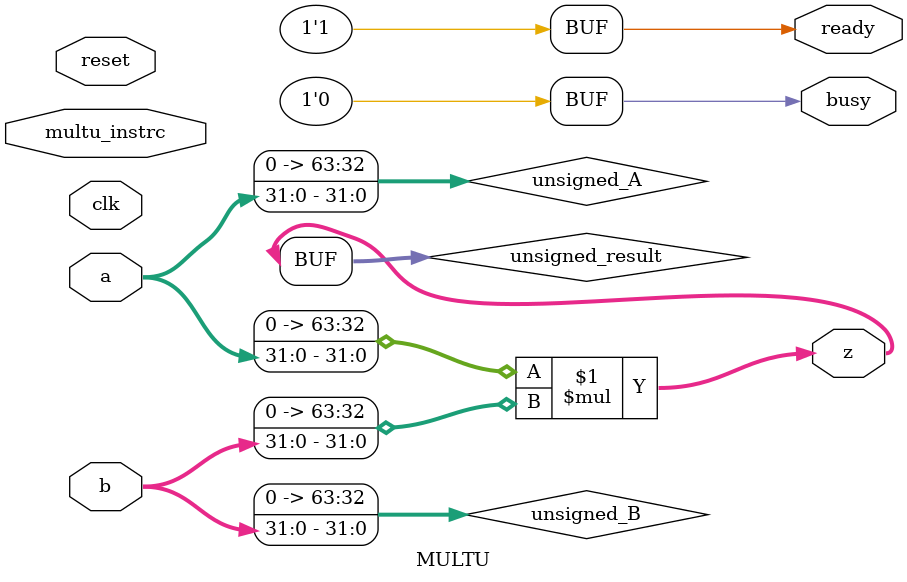
<source format=v>
module MULTU(
input clk,
input reset,
input multu_instrc,
input [31:0] a,
input [31:0] b,
output ready,
output busy,
output [63:0] z
);

/*
//¶àÖÜÆÚ°æ±¾
reg [63:0]tmp;
reg [63:0] stored0;
reg [63:0] stored1;
reg [63:0] stored2;
reg [63:0] stored3;
reg [63:0] stored4;
reg [63:0] stored5;
reg [63:0] stored6;
reg [63:0] stored7;
reg [63:0] stored8;
reg [63:0] stored9;
reg [63:0] stored10;
reg [63:0] stored11;
reg [63:0] stored12;
reg [63:0] stored13;
reg [63:0] stored14;
reg [63:0] stored15;
reg [63:0] stored16;
reg [63:0] stored17;
reg [63:0] stored18;
reg [63:0] stored19;
reg [63:0] stored20;
reg [63:0] stored21;
reg [63:0] stored22;
reg [63:0] stored23;
reg [63:0] stored24;
reg [63:0] stored25;
reg [63:0] stored26;
reg [63:0] stored27;
reg [63:0] stored28;
reg [63:0] stored29;
reg [63:0] stored30;
reg [63:0] stored31;
reg [5:0] cnt;

always @(posedge clk,posedge reset)
begin
    if (reset || ~multu_instrc)
    begin
        busy<=0;
        ready<=0;
        cnt <=0;    
        tmp<=0;
        stored0<=0;
        stored1<=0;
        stored2<=0;
        stored3<=0;
        stored4<=0;
        stored5<=0;
        stored6<=0;
        stored7<=0;        
        stored8<=0;
        stored9<=0;
        stored10<=0;
        stored11=0;  
        stored12<=0;
        stored13<=0;
        stored14<=0;
        stored15<=0;
        stored16<=0;
        stored17<=0;
        stored18<=0;
        stored19<=0;
        stored20<=0;
        stored21<=0;
        stored22<=0;
        stored23<=0;      
        stored24<=0;
        stored25<=0;
        stored26<=0;
        stored27<=0;
        stored28<=0;
        stored29<=0;
        stored30<=0;      
        stored31<=0;                         
    end
    else if (multu_instrc)
    begin
        if (cnt==0)
        begin
            busy<=1;
            cnt<=1;
            stored0 <= b[0] ? {32'b0,a}:64'b0;
            stored1 <= b[1] ? {31'b0,a,1'b0}:64'b0;
            stored2 <= b[2] ? {30'b0,a,2'b0}:64'b0;
            stored3 <= b[3] ? {29'b0,a,3'b0}:64'b0;
            stored4 <= b[4] ? {28'b0,a,4'b0}:64'b0;
            stored5 <= b[5] ? {27'b0, a, 5'b0} : 64'b0;
            stored6 <= b[6] ? {26'b0, a, 6'b0} : 64'b0;
            stored7 <= b[7] ? {25'b0, a, 7'b0} : 64'b0;
            stored8 <= b[8] ? {24'b0, a, 8'b0} : 64'b0;
            stored9 <= b[9] ? {23'b0, a, 9'b0} : 64'b0;
            stored10 <= b[10] ? {22'b0, a, 10'b0} : 64'b0;
            stored11 <= b[11] ? {21'b0, a, 11'b0} : 64'b0;
            stored12 <= b[12] ? {20'b0, a, 12'b0} : 64'b0;
            stored13 <= b[13] ? {19'b0, a, 13'b0} : 64'b0;
            stored14 <= b[14] ? {18'b0, a, 14'b0} : 64'b0;
            stored15 <= b[15] ? {17'b0, a, 15'b0} : 64'b0;
            stored16 <= b[16] ? {16'b0, a, 16'b0} : 64'b0;
            stored17 <= b[17] ? {15'b0, a, 17'b0} : 64'b0;
            stored18 <= b[18] ? {14'b0, a, 18'b0} : 64'b0;
            stored19 <= b[19] ? {13'b0, a, 19'b0} : 64'b0;
            stored20 <= b[20] ? {12'b0, a, 20'b0} : 64'b0;
            stored21 <= b[21] ? {11'b0, a, 21'b0} : 64'b0;
            stored22 <= b[22] ? {10'b0, a, 22'b0} : 64'b0;
            stored23 <= b[23] ? {9'b0, a, 23'b0} : 64'b0;
            stored24 <= b[24] ? {8'b0, a, 24'b0} : 64'b0;
            stored25 <= b[25] ? {7'b0, a, 25'b0} : 64'b0;
            stored26 <= b[26] ? {6'b0, a, 26'b0} : 64'b0;
            stored27 <= b[27] ? {5'b0, a, 27'b0} : 64'b0;
            stored28 <= b[28] ? {4'b0, a, 28'b0} : 64'b0;
            stored29 <= b[29] ? {3'b0, a, 29'b0} : 64'b0;
            stored30 <= b[30] ? {2'b0, a, 30'b0} : 64'b0;
            stored31 <= b[31] ? {1'b0, a, 31'b0} : 64'b0;
        end
        else if (cnt==1)
        begin
            cnt<=2;
            ready<=1;
            busy<=1;
            tmp <= stored0 + stored1 + stored2 + stored3 + stored4 + stored5 + stored6 +
                           stored7 + stored8 + stored9 + stored10 + stored11 + stored12 + stored13 +
                           stored14 + stored15 + stored16 + stored17 + stored18 + stored19 + stored20 +
                           stored21 + stored22 + stored23 + stored24 + stored25 + stored26 + stored27 +
                           stored28 + stored29 + stored30 + stored31;
        end
        else
        begin
            cnt<=0;
            ready<=0;
            busy<=0;
        end      
    end   
end
assign z = tmp;
*/

//µ¥ÖÜÆÚ°æ±¾
wire [63:0] unsigned_A;             //À©Õ¹µÄÎÞ·ûºÅA
wire [63:0] unsigned_B;             //À©Õ¹µÄÎÞ·ûºÅB
wire [63:0] unsigned_result;        //±£´æÎÞ·ûºÅ³Ë·¨½á¹û

assign unsigned_A = { 32'd0, a };
assign unsigned_B = { 32'd0, b };
assign unsigned_result = unsigned_A * unsigned_B;
assign z = unsigned_result;
assign busy = 0;
assign ready = 1;


endmodule
</source>
